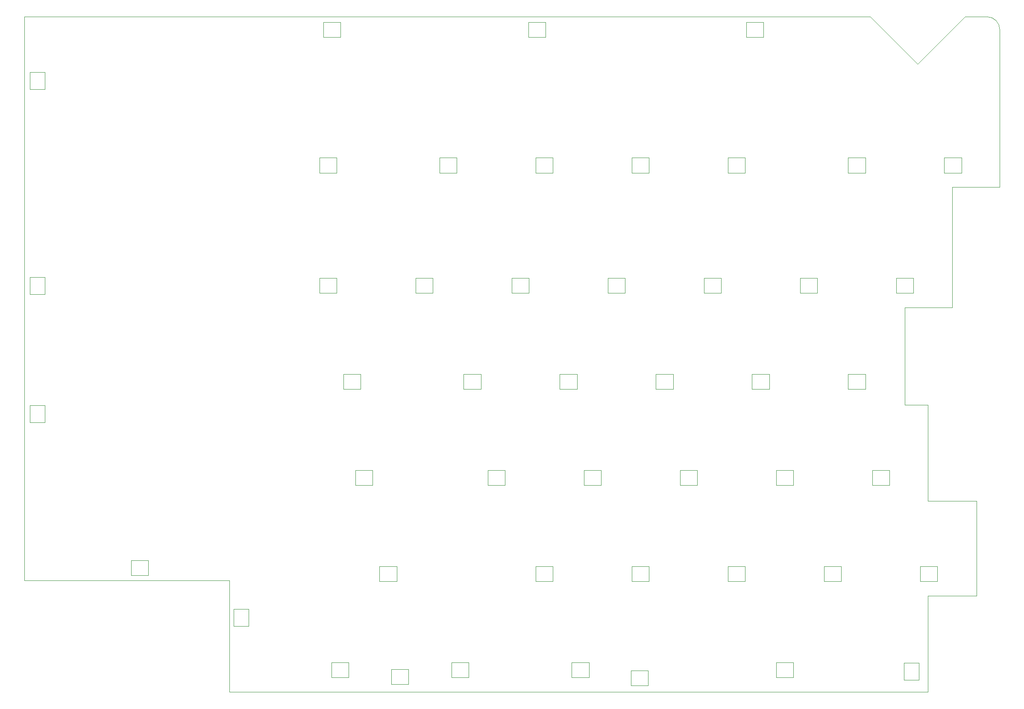
<source format=gm1>
G04 #@! TF.GenerationSoftware,KiCad,Pcbnew,7.0.1*
G04 #@! TF.CreationDate,2023-07-18T11:36:22-07:00*
G04 #@! TF.ProjectId,keyboard-left,6b657962-6f61-4726-942d-6c6566742e6b,rev?*
G04 #@! TF.SameCoordinates,Original*
G04 #@! TF.FileFunction,Profile,NP*
%FSLAX46Y46*%
G04 Gerber Fmt 4.6, Leading zero omitted, Abs format (unit mm)*
G04 Created by KiCad (PCBNEW 7.0.1) date 2023-07-18 11:36:22*
%MOMM*%
%LPD*%
G01*
G04 APERTURE LIST*
G04 #@! TA.AperFunction,Profile*
%ADD10C,0.038100*%
G04 #@! TD*
G04 #@! TA.AperFunction,Profile*
%ADD11C,0.120000*%
G04 #@! TD*
G04 APERTURE END LIST*
D10*
X45720000Y-133858000D02*
X45720000Y-111760000D01*
X184150000Y-133858000D02*
X45720000Y-133858000D01*
X188976000Y-57658000D02*
X179578000Y-57658000D01*
X179578000Y-57658000D02*
X179578000Y-76962000D01*
X179578000Y-76962000D02*
X184150000Y-76962000D01*
X198374000Y-33782000D02*
X188976000Y-33782000D01*
X184150000Y-114808000D02*
X184150000Y-133858000D01*
X193802000Y-96012000D02*
X193802000Y-114808000D01*
X191516000Y0D02*
X195834000Y0D01*
X198374000Y-2540000D02*
G75*
G03*
X195834000Y0I-2540000J0D01*
G01*
X184150000Y-76962000D02*
X184150000Y-96012000D01*
X172720000Y0D02*
X182118000Y-9398000D01*
X193802000Y-114808000D02*
X184150000Y-114808000D01*
X184150000Y-96012000D02*
X193802000Y-96012000D01*
X45720000Y-111760000D02*
X5080000Y-111760000D01*
X5080000Y-111760000D02*
X5080000Y0D01*
X5080000Y0D02*
X172720000Y0D01*
X182118000Y-9398000D02*
X191516000Y0D01*
X188976000Y-33782000D02*
X188976000Y-57658000D01*
X198374000Y-2540000D02*
X198374000Y-33782000D01*
D11*
X67740000Y-4040000D02*
X67740000Y-1040000D01*
X67740000Y-1040000D02*
X64340000Y-1040000D01*
X64340000Y-4040000D02*
X67740000Y-4040000D01*
X64340000Y-1040000D02*
X64340000Y-4040000D01*
X49506000Y-117426000D02*
X46506000Y-117426000D01*
X46506000Y-117426000D02*
X46506000Y-120826000D01*
X49506000Y-120826000D02*
X49506000Y-117426000D01*
X46506000Y-120826000D02*
X49506000Y-120826000D01*
X151560000Y-4040000D02*
X151560000Y-1040000D01*
X151560000Y-1040000D02*
X148160000Y-1040000D01*
X148160000Y-4040000D02*
X151560000Y-4040000D01*
X148160000Y-1040000D02*
X148160000Y-4040000D01*
X147908800Y-111910000D02*
X147908800Y-108910000D01*
X147908800Y-108910000D02*
X144508800Y-108910000D01*
X144508800Y-111910000D02*
X147908800Y-111910000D01*
X144508800Y-108910000D02*
X144508800Y-111910000D01*
X181246300Y-54760000D02*
X181246300Y-51760000D01*
X181246300Y-51760000D02*
X177846300Y-51760000D01*
X177846300Y-54760000D02*
X181246300Y-54760000D01*
X177846300Y-51760000D02*
X177846300Y-54760000D01*
X116952500Y-130960000D02*
X116952500Y-127960000D01*
X116952500Y-127960000D02*
X113552500Y-127960000D01*
X113552500Y-130960000D02*
X116952500Y-130960000D01*
X113552500Y-127960000D02*
X113552500Y-130960000D01*
X147908800Y-30947500D02*
X147908800Y-27947500D01*
X147908800Y-27947500D02*
X144508800Y-27947500D01*
X144508800Y-30947500D02*
X147908800Y-30947500D01*
X144508800Y-27947500D02*
X144508800Y-30947500D01*
X105046300Y-54760000D02*
X105046300Y-51760000D01*
X105046300Y-51760000D02*
X101646300Y-51760000D01*
X101646300Y-54760000D02*
X105046300Y-54760000D01*
X101646300Y-51760000D02*
X101646300Y-54760000D01*
X176483800Y-92860000D02*
X176483800Y-89860000D01*
X176483800Y-89860000D02*
X173083800Y-89860000D01*
X173083800Y-92860000D02*
X176483800Y-92860000D01*
X173083800Y-89860000D02*
X173083800Y-92860000D01*
X128858800Y-30947500D02*
X128858800Y-27947500D01*
X128858800Y-27947500D02*
X125458800Y-27947500D01*
X125458800Y-30947500D02*
X128858800Y-30947500D01*
X125458800Y-27947500D02*
X125458800Y-30947500D01*
X66946300Y-54760000D02*
X66946300Y-51760000D01*
X66946300Y-51760000D02*
X63546300Y-51760000D01*
X63546300Y-54760000D02*
X66946300Y-54760000D01*
X63546300Y-51760000D02*
X63546300Y-54760000D01*
X133621300Y-73810000D02*
X133621300Y-70810000D01*
X133621300Y-70810000D02*
X130221300Y-70810000D01*
X130221300Y-73810000D02*
X133621300Y-73810000D01*
X130221300Y-70810000D02*
X130221300Y-73810000D01*
X78852500Y-111910000D02*
X78852500Y-108910000D01*
X78852500Y-108910000D02*
X75452500Y-108910000D01*
X75452500Y-111910000D02*
X78852500Y-111910000D01*
X75452500Y-108910000D02*
X75452500Y-111910000D01*
X143146300Y-54760000D02*
X143146300Y-51760000D01*
X143146300Y-51760000D02*
X139746300Y-51760000D01*
X139746300Y-54760000D02*
X143146300Y-54760000D01*
X139746300Y-51760000D02*
X139746300Y-54760000D01*
X90758800Y-30947500D02*
X90758800Y-27947500D01*
X90758800Y-27947500D02*
X87358800Y-27947500D01*
X87358800Y-30947500D02*
X90758800Y-30947500D01*
X87358800Y-27947500D02*
X87358800Y-30947500D01*
X71708800Y-73810000D02*
X71708800Y-70810000D01*
X71708800Y-70810000D02*
X68308800Y-70810000D01*
X68308800Y-73810000D02*
X71708800Y-73810000D01*
X68308800Y-70810000D02*
X68308800Y-73810000D01*
X81202000Y-132310000D02*
X81202000Y-129310000D01*
X81202000Y-129310000D02*
X77802000Y-129310000D01*
X77802000Y-132310000D02*
X81202000Y-132310000D01*
X77802000Y-129310000D02*
X77802000Y-132310000D01*
X114571300Y-73810000D02*
X114571300Y-70810000D01*
X114571300Y-70810000D02*
X111171300Y-70810000D01*
X111171300Y-73810000D02*
X114571300Y-73810000D01*
X111171300Y-70810000D02*
X111171300Y-73810000D01*
X109808800Y-111910000D02*
X109808800Y-108910000D01*
X109808800Y-108910000D02*
X106408800Y-108910000D01*
X106408800Y-111910000D02*
X109808800Y-111910000D01*
X106408800Y-108910000D02*
X106408800Y-111910000D01*
X9120000Y-51640000D02*
X6120000Y-51640000D01*
X6120000Y-51640000D02*
X6120000Y-55040000D01*
X9120000Y-55040000D02*
X9120000Y-51640000D01*
X6120000Y-55040000D02*
X9120000Y-55040000D01*
X190771300Y-30947500D02*
X190771300Y-27947500D01*
X190771300Y-27947500D02*
X187371300Y-27947500D01*
X187371300Y-30947500D02*
X190771300Y-30947500D01*
X187371300Y-27947500D02*
X187371300Y-30947500D01*
X108380000Y-4040000D02*
X108380000Y-1040000D01*
X108380000Y-1040000D02*
X104980000Y-1040000D01*
X104980000Y-4040000D02*
X108380000Y-4040000D01*
X104980000Y-1040000D02*
X104980000Y-4040000D01*
X162196300Y-54760000D02*
X162196300Y-51760000D01*
X162196300Y-51760000D02*
X158796300Y-51760000D01*
X158796300Y-54760000D02*
X162196300Y-54760000D01*
X158796300Y-51760000D02*
X158796300Y-54760000D01*
X66946300Y-30947500D02*
X66946300Y-27947500D01*
X66946300Y-27947500D02*
X63546300Y-27947500D01*
X63546300Y-30947500D02*
X66946300Y-30947500D01*
X63546300Y-27947500D02*
X63546300Y-30947500D01*
X186008800Y-111910000D02*
X186008800Y-108910000D01*
X186008800Y-108910000D02*
X182608800Y-108910000D01*
X182608800Y-111910000D02*
X186008800Y-111910000D01*
X182608800Y-108910000D02*
X182608800Y-111910000D01*
X166958800Y-111910000D02*
X166958800Y-108910000D01*
X166958800Y-108910000D02*
X163558800Y-108910000D01*
X163558800Y-111910000D02*
X166958800Y-111910000D01*
X163558800Y-108910000D02*
X163558800Y-111910000D01*
X100283800Y-92860000D02*
X100283800Y-89860000D01*
X100283800Y-89860000D02*
X96883800Y-89860000D01*
X96883800Y-92860000D02*
X100283800Y-92860000D01*
X96883800Y-89860000D02*
X96883800Y-92860000D01*
X93140000Y-130960000D02*
X93140000Y-127960000D01*
X93140000Y-127960000D02*
X89740000Y-127960000D01*
X89740000Y-130960000D02*
X93140000Y-130960000D01*
X89740000Y-127960000D02*
X89740000Y-130960000D01*
X95521300Y-73810000D02*
X95521300Y-70810000D01*
X95521300Y-70810000D02*
X92121300Y-70810000D01*
X92121300Y-73810000D02*
X95521300Y-73810000D01*
X92121300Y-70810000D02*
X92121300Y-73810000D01*
X119333800Y-92860000D02*
X119333800Y-89860000D01*
X119333800Y-89860000D02*
X115933800Y-89860000D01*
X115933800Y-92860000D02*
X119333800Y-92860000D01*
X115933800Y-89860000D02*
X115933800Y-92860000D01*
X182348000Y-128094000D02*
X179348000Y-128094000D01*
X179348000Y-128094000D02*
X179348000Y-131494000D01*
X182348000Y-131494000D02*
X182348000Y-128094000D01*
X179348000Y-131494000D02*
X182348000Y-131494000D01*
X128700000Y-132564000D02*
X128700000Y-129564000D01*
X128700000Y-129564000D02*
X125300000Y-129564000D01*
X125300000Y-132564000D02*
X128700000Y-132564000D01*
X125300000Y-129564000D02*
X125300000Y-132564000D01*
X74090000Y-92860000D02*
X74090000Y-89860000D01*
X74090000Y-89860000D02*
X70690000Y-89860000D01*
X70690000Y-92860000D02*
X74090000Y-92860000D01*
X70690000Y-89860000D02*
X70690000Y-92860000D01*
X69327500Y-130960000D02*
X69327500Y-127960000D01*
X69327500Y-127960000D02*
X65927500Y-127960000D01*
X65927500Y-130960000D02*
X69327500Y-130960000D01*
X65927500Y-127960000D02*
X65927500Y-130960000D01*
X157433800Y-92860000D02*
X157433800Y-89860000D01*
X157433800Y-89860000D02*
X154033800Y-89860000D01*
X154033800Y-92860000D02*
X157433800Y-92860000D01*
X154033800Y-89860000D02*
X154033800Y-92860000D01*
X9120000Y-77040000D02*
X6120000Y-77040000D01*
X6120000Y-77040000D02*
X6120000Y-80440000D01*
X9120000Y-80440000D02*
X9120000Y-77040000D01*
X6120000Y-80440000D02*
X9120000Y-80440000D01*
X128858800Y-111910000D02*
X128858800Y-108910000D01*
X128858800Y-108910000D02*
X125458800Y-108910000D01*
X125458800Y-111910000D02*
X128858800Y-111910000D01*
X125458800Y-108910000D02*
X125458800Y-111910000D01*
X152671300Y-73810000D02*
X152671300Y-70810000D01*
X152671300Y-70810000D02*
X149271300Y-70810000D01*
X149271300Y-73810000D02*
X152671300Y-73810000D01*
X149271300Y-70810000D02*
X149271300Y-73810000D01*
X29640000Y-110720000D02*
X29640000Y-107720000D01*
X29640000Y-107720000D02*
X26240000Y-107720000D01*
X26240000Y-110720000D02*
X29640000Y-110720000D01*
X26240000Y-107720000D02*
X26240000Y-110720000D01*
X157433800Y-130960000D02*
X157433800Y-127960000D01*
X157433800Y-127960000D02*
X154033800Y-127960000D01*
X154033800Y-130960000D02*
X157433800Y-130960000D01*
X154033800Y-127960000D02*
X154033800Y-130960000D01*
X109808800Y-30947500D02*
X109808800Y-27947500D01*
X109808800Y-27947500D02*
X106408800Y-27947500D01*
X106408800Y-30947500D02*
X109808800Y-30947500D01*
X106408800Y-27947500D02*
X106408800Y-30947500D01*
X85996300Y-54760000D02*
X85996300Y-51760000D01*
X85996300Y-51760000D02*
X82596300Y-51760000D01*
X82596300Y-54760000D02*
X85996300Y-54760000D01*
X82596300Y-51760000D02*
X82596300Y-54760000D01*
X138383800Y-92860000D02*
X138383800Y-89860000D01*
X138383800Y-89860000D02*
X134983800Y-89860000D01*
X134983800Y-92860000D02*
X138383800Y-92860000D01*
X134983800Y-89860000D02*
X134983800Y-92860000D01*
X171721300Y-30947500D02*
X171721300Y-27947500D01*
X171721300Y-27947500D02*
X168321300Y-27947500D01*
X168321300Y-30947500D02*
X171721300Y-30947500D01*
X168321300Y-27947500D02*
X168321300Y-30947500D01*
X124096300Y-54760000D02*
X124096300Y-51760000D01*
X124096300Y-51760000D02*
X120696300Y-51760000D01*
X120696300Y-54760000D02*
X124096300Y-54760000D01*
X120696300Y-51760000D02*
X120696300Y-54760000D01*
X171721300Y-73810000D02*
X171721300Y-70810000D01*
X171721300Y-70810000D02*
X168321300Y-70810000D01*
X168321300Y-73810000D02*
X171721300Y-73810000D01*
X168321300Y-70810000D02*
X168321300Y-73810000D01*
X9120000Y-11000000D02*
X6120000Y-11000000D01*
X6120000Y-11000000D02*
X6120000Y-14400000D01*
X9120000Y-14400000D02*
X9120000Y-11000000D01*
X6120000Y-14400000D02*
X9120000Y-14400000D01*
M02*

</source>
